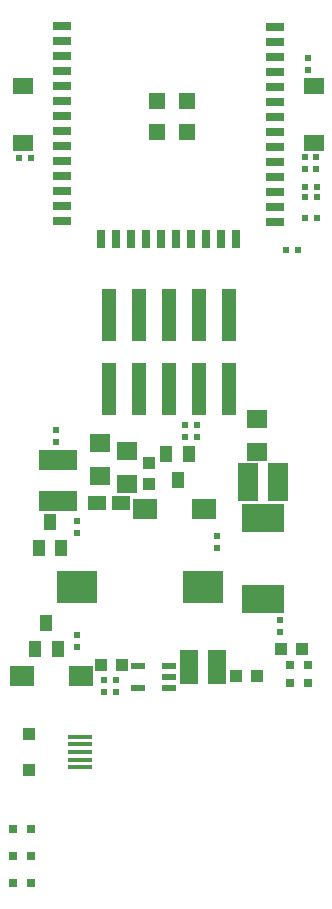
<source format=gbr>
G04 #@! TF.GenerationSoftware,KiCad,Pcbnew,6.0.0-rc1-unknown-0cca1c6~65~ubuntu16.04.1*
G04 #@! TF.CreationDate,2018-08-03T14:11:54+03:00*
G04 #@! TF.ProjectId,ESP32-PoE_Rev_B,45535033322D506F455F5265765F422E,B*
G04 #@! TF.SameCoordinates,Original*
G04 #@! TF.FileFunction,Paste,Top*
G04 #@! TF.FilePolarity,Positive*
%FSLAX46Y46*%
G04 Gerber Fmt 4.6, Leading zero omitted, Abs format (unit mm)*
G04 Created by KiCad (PCBNEW 6.0.0-rc1-unknown-0cca1c6~65~ubuntu16.04.1) date Fri Aug  3 14:11:54 2018*
%MOMM*%
%LPD*%
G01*
G04 APERTURE LIST*
%ADD10R,1.754000X1.427000*%
%ADD11R,1.254000X4.504000*%
%ADD12R,1.550000X0.750000*%
%ADD13R,0.750000X1.550000*%
%ADD14R,1.400000X1.400000*%
%ADD15R,1.000000X1.400000*%
%ADD16R,0.550000X0.500000*%
%ADD17R,1.600000X3.000000*%
%ADD18R,2.150000X0.325000*%
%ADD19R,1.000000X1.100000*%
%ADD20R,0.800000X0.800000*%
%ADD21R,1.016000X1.016000*%
%ADD22R,1.524000X1.270000*%
%ADD23R,1.778000X1.524000*%
%ADD24R,2.000000X1.700000*%
%ADD25R,3.600000X2.400000*%
%ADD26R,3.400000X2.700000*%
%ADD27R,1.200000X0.550000*%
%ADD28R,0.500000X0.550000*%
%ADD29R,3.200000X1.700000*%
%ADD30R,1.700000X3.200000*%
G04 APERTURE END LIST*
D10*
G04 #@! TO.C,BUT1*
X116459000Y-106707500D03*
X116459000Y-101826500D03*
G04 #@! TD*
G04 #@! TO.C,RST1*
X91821000Y-101826500D03*
X91821000Y-106707500D03*
G04 #@! TD*
D11*
G04 #@! TO.C,UEXT1*
X109220000Y-121208000D03*
X109220000Y-127458000D03*
X106680000Y-121208000D03*
X106680000Y-127458000D03*
X104140000Y-121208000D03*
X104140000Y-127458000D03*
X101600000Y-121208000D03*
X101600000Y-127458000D03*
X99060000Y-121208000D03*
X99060000Y-127458000D03*
G04 #@! TD*
D12*
G04 #@! TO.C,U9*
X113140000Y-96825000D03*
X113140000Y-98095000D03*
X113140000Y-99365000D03*
X113140000Y-100635000D03*
X113140000Y-101905000D03*
X113140000Y-103175000D03*
X113140000Y-104445000D03*
X113140000Y-105715000D03*
X113140000Y-106985000D03*
X113140000Y-108255000D03*
X113140000Y-109525000D03*
X113140000Y-110795000D03*
X113140000Y-112065000D03*
X113140000Y-113335000D03*
D13*
X109870000Y-114785000D03*
X108600000Y-114785000D03*
X107330000Y-114785000D03*
X106060000Y-114785000D03*
X104790000Y-114785000D03*
X103520000Y-114785000D03*
X102250000Y-114785000D03*
X100980000Y-114785000D03*
X99710000Y-114785000D03*
X98440000Y-114785000D03*
D12*
X95140000Y-113295000D03*
X95140000Y-112025000D03*
X95140000Y-110755000D03*
X95140000Y-109485000D03*
X95140000Y-108215000D03*
X95140000Y-106945000D03*
X95140000Y-105675000D03*
X95140000Y-104405000D03*
X95140000Y-103135000D03*
X95140000Y-101865000D03*
X95140000Y-100595000D03*
X95140000Y-99325000D03*
X95140000Y-98055000D03*
X95140000Y-96785000D03*
D14*
X103141000Y-103101000D03*
X105681000Y-103101000D03*
X103166400Y-105768000D03*
X105706400Y-105768000D03*
G04 #@! TD*
D15*
G04 #@! TO.C,D2*
X94107000Y-138727000D03*
X95057000Y-140927000D03*
X93157000Y-140927000D03*
G04 #@! TD*
D16*
G04 #@! TO.C,R48*
X116586000Y-107823000D03*
X116586000Y-108839000D03*
G04 #@! TD*
G04 #@! TO.C,R49*
X115697000Y-108839000D03*
X115697000Y-107823000D03*
G04 #@! TD*
G04 #@! TO.C,R47*
X115951000Y-99441000D03*
X115951000Y-100457000D03*
G04 #@! TD*
D17*
G04 #@! TO.C,L2*
X108261000Y-151003000D03*
X105861000Y-151003000D03*
G04 #@! TD*
D15*
G04 #@! TO.C,FET1*
X105851960Y-133004560D03*
X103949500Y-133004560D03*
X104904540Y-135214360D03*
G04 #@! TD*
G04 #@! TO.C,FET2*
X92839540Y-149479000D03*
X94742000Y-149479000D03*
X93786960Y-147269200D03*
G04 #@! TD*
D18*
G04 #@! TO.C,USB-UART1*
X96626000Y-156942000D03*
X96626000Y-157592000D03*
X96626000Y-158242000D03*
X96626000Y-158892000D03*
X96626000Y-159542000D03*
D19*
X92326000Y-156742000D03*
X92326000Y-159742000D03*
G04 #@! TD*
D20*
G04 #@! TO.C,CHRG1*
X92456000Y-167005000D03*
X90932000Y-167005000D03*
G04 #@! TD*
G04 #@! TO.C,COMPL1*
X92456000Y-164719000D03*
X90932000Y-164719000D03*
G04 #@! TD*
D21*
G04 #@! TO.C,C21*
X113665000Y-149479000D03*
X115443000Y-149479000D03*
G04 #@! TD*
G04 #@! TO.C,C22*
X111633000Y-151765000D03*
X109855000Y-151765000D03*
G04 #@! TD*
D20*
G04 #@! TO.C,PWR1*
X92456000Y-169291000D03*
X90932000Y-169291000D03*
G04 #@! TD*
D22*
G04 #@! TO.C,L6*
X98044000Y-137160000D03*
X100076000Y-137160000D03*
G04 #@! TD*
D23*
G04 #@! TO.C,C24*
X111633000Y-130048000D03*
X111633000Y-132842000D03*
G04 #@! TD*
D24*
G04 #@! TO.C,D1*
X102148000Y-137668000D03*
X107148000Y-137668000D03*
G04 #@! TD*
G04 #@! TO.C,D3*
X96734000Y-151765000D03*
X91734000Y-151765000D03*
G04 #@! TD*
D25*
G04 #@! TO.C,D5*
X112141000Y-138459000D03*
X112141000Y-145259000D03*
G04 #@! TD*
D26*
G04 #@! TO.C,L4*
X96377000Y-144272000D03*
X107077000Y-144272000D03*
G04 #@! TD*
D27*
G04 #@! TO.C,U7*
X104170000Y-152842000D03*
X104170000Y-151892000D03*
X104170000Y-150942000D03*
X101570000Y-152842000D03*
X101570000Y-150942000D03*
G04 #@! TD*
D21*
G04 #@! TO.C,C6*
X98425000Y-150876000D03*
X100203000Y-150876000D03*
G04 #@! TD*
D16*
G04 #@! TO.C,C8*
X96393000Y-148336000D03*
X96393000Y-149352000D03*
G04 #@! TD*
G04 #@! TO.C,R24*
X96393000Y-139700000D03*
X96393000Y-138684000D03*
G04 #@! TD*
G04 #@! TO.C,R1*
X94615000Y-130937000D03*
X94615000Y-131953000D03*
G04 #@! TD*
G04 #@! TO.C,R25*
X113538000Y-147066000D03*
X113538000Y-148082000D03*
G04 #@! TD*
G04 #@! TO.C,R29*
X98679000Y-152146000D03*
X98679000Y-153162000D03*
G04 #@! TD*
G04 #@! TO.C,R30*
X99695000Y-152146000D03*
X99695000Y-153162000D03*
G04 #@! TD*
D28*
G04 #@! TO.C,R31*
X115697000Y-111252000D03*
X116713000Y-111252000D03*
G04 #@! TD*
G04 #@! TO.C,R32*
X92456000Y-107950000D03*
X91440000Y-107950000D03*
G04 #@! TD*
G04 #@! TO.C,R36*
X115697000Y-110363000D03*
X116713000Y-110363000D03*
G04 #@! TD*
G04 #@! TO.C,R39*
X114046000Y-115697000D03*
X115062000Y-115697000D03*
G04 #@! TD*
G04 #@! TO.C,R41*
X106553000Y-131572000D03*
X105537000Y-131572000D03*
G04 #@! TD*
G04 #@! TO.C,R42*
X105537000Y-130556000D03*
X106553000Y-130556000D03*
G04 #@! TD*
G04 #@! TO.C,R44*
X116713000Y-113030000D03*
X115697000Y-113030000D03*
G04 #@! TD*
D16*
G04 #@! TO.C,C14*
X108204000Y-139954000D03*
X108204000Y-140970000D03*
G04 #@! TD*
D23*
G04 #@! TO.C,R43*
X100584000Y-135509000D03*
X100584000Y-132715000D03*
G04 #@! TD*
G04 #@! TO.C,R45*
X98298000Y-134874000D03*
X98298000Y-132080000D03*
G04 #@! TD*
D29*
G04 #@! TO.C,C29*
X94742000Y-137005000D03*
X94742000Y-133505000D03*
G04 #@! TD*
D21*
G04 #@! TO.C,C30*
X102489000Y-135509000D03*
X102489000Y-133731000D03*
G04 #@! TD*
D30*
G04 #@! TO.C,C27*
X110891000Y-135382000D03*
X113391000Y-135382000D03*
G04 #@! TD*
D20*
G04 #@! TO.C,ACT1*
X115951000Y-152400000D03*
X114427000Y-152400000D03*
G04 #@! TD*
G04 #@! TO.C,LNK1*
X115951000Y-150876000D03*
X114427000Y-150876000D03*
G04 #@! TD*
M02*

</source>
